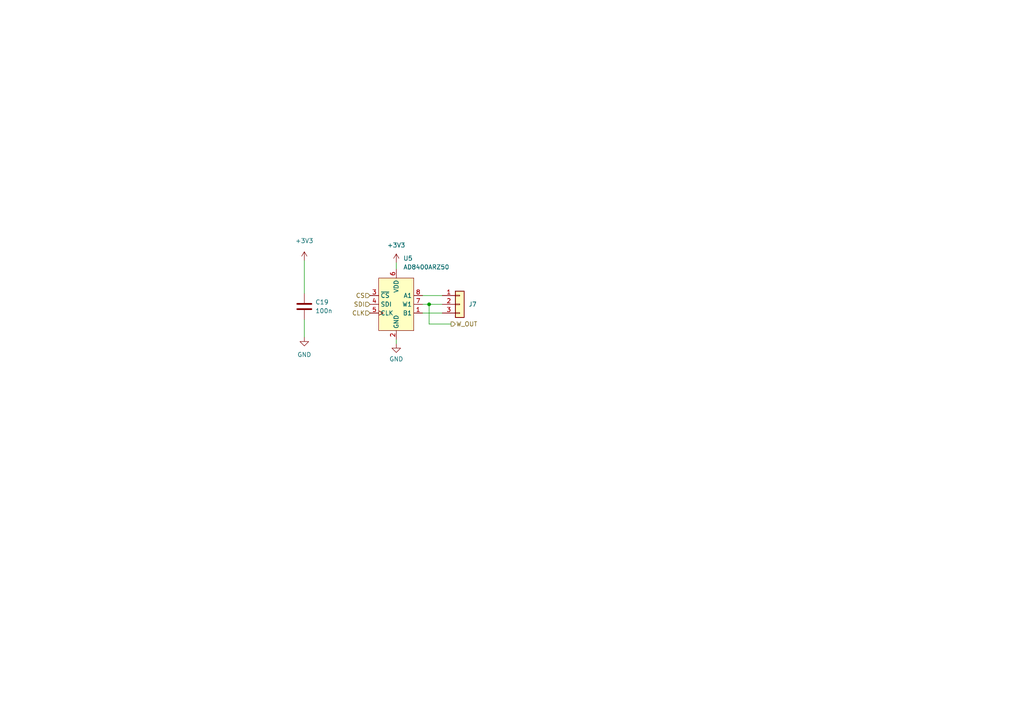
<source format=kicad_sch>
(kicad_sch (version 20211123) (generator eeschema)

  (uuid 70d20c98-263d-47ac-b520-ec6f8a730592)

  (paper "A4")

  (lib_symbols
    (symbol "Connector_Generic:Conn_01x03" (pin_names (offset 1.016) hide) (in_bom yes) (on_board yes)
      (property "Reference" "J" (id 0) (at 0 5.08 0)
        (effects (font (size 1.27 1.27)))
      )
      (property "Value" "Conn_01x03" (id 1) (at 0 -5.08 0)
        (effects (font (size 1.27 1.27)))
      )
      (property "Footprint" "" (id 2) (at 0 0 0)
        (effects (font (size 1.27 1.27)) hide)
      )
      (property "Datasheet" "~" (id 3) (at 0 0 0)
        (effects (font (size 1.27 1.27)) hide)
      )
      (property "ki_keywords" "connector" (id 4) (at 0 0 0)
        (effects (font (size 1.27 1.27)) hide)
      )
      (property "ki_description" "Generic connector, single row, 01x03, script generated (kicad-library-utils/schlib/autogen/connector/)" (id 5) (at 0 0 0)
        (effects (font (size 1.27 1.27)) hide)
      )
      (property "ki_fp_filters" "Connector*:*_1x??_*" (id 6) (at 0 0 0)
        (effects (font (size 1.27 1.27)) hide)
      )
      (symbol "Conn_01x03_1_1"
        (rectangle (start -1.27 -2.413) (end 0 -2.667)
          (stroke (width 0.1524) (type default) (color 0 0 0 0))
          (fill (type none))
        )
        (rectangle (start -1.27 0.127) (end 0 -0.127)
          (stroke (width 0.1524) (type default) (color 0 0 0 0))
          (fill (type none))
        )
        (rectangle (start -1.27 2.667) (end 0 2.413)
          (stroke (width 0.1524) (type default) (color 0 0 0 0))
          (fill (type none))
        )
        (rectangle (start -1.27 3.81) (end 1.27 -3.81)
          (stroke (width 0.254) (type default) (color 0 0 0 0))
          (fill (type background))
        )
        (pin passive line (at -5.08 2.54 0) (length 3.81)
          (name "Pin_1" (effects (font (size 1.27 1.27))))
          (number "1" (effects (font (size 1.27 1.27))))
        )
        (pin passive line (at -5.08 0 0) (length 3.81)
          (name "Pin_2" (effects (font (size 1.27 1.27))))
          (number "2" (effects (font (size 1.27 1.27))))
        )
        (pin passive line (at -5.08 -2.54 0) (length 3.81)
          (name "Pin_3" (effects (font (size 1.27 1.27))))
          (number "3" (effects (font (size 1.27 1.27))))
        )
      )
    )
    (symbol "Device:C" (pin_numbers hide) (pin_names (offset 0.254)) (in_bom yes) (on_board yes)
      (property "Reference" "C" (id 0) (at 0.635 2.54 0)
        (effects (font (size 1.27 1.27)) (justify left))
      )
      (property "Value" "C" (id 1) (at 0.635 -2.54 0)
        (effects (font (size 1.27 1.27)) (justify left))
      )
      (property "Footprint" "" (id 2) (at 0.9652 -3.81 0)
        (effects (font (size 1.27 1.27)) hide)
      )
      (property "Datasheet" "~" (id 3) (at 0 0 0)
        (effects (font (size 1.27 1.27)) hide)
      )
      (property "ki_keywords" "cap capacitor" (id 4) (at 0 0 0)
        (effects (font (size 1.27 1.27)) hide)
      )
      (property "ki_description" "Unpolarized capacitor" (id 5) (at 0 0 0)
        (effects (font (size 1.27 1.27)) hide)
      )
      (property "ki_fp_filters" "C_*" (id 6) (at 0 0 0)
        (effects (font (size 1.27 1.27)) hide)
      )
      (symbol "C_0_1"
        (polyline
          (pts
            (xy -2.032 -0.762)
            (xy 2.032 -0.762)
          )
          (stroke (width 0.508) (type default) (color 0 0 0 0))
          (fill (type none))
        )
        (polyline
          (pts
            (xy -2.032 0.762)
            (xy 2.032 0.762)
          )
          (stroke (width 0.508) (type default) (color 0 0 0 0))
          (fill (type none))
        )
      )
      (symbol "C_1_1"
        (pin passive line (at 0 3.81 270) (length 2.794)
          (name "~" (effects (font (size 1.27 1.27))))
          (number "1" (effects (font (size 1.27 1.27))))
        )
        (pin passive line (at 0 -3.81 90) (length 2.794)
          (name "~" (effects (font (size 1.27 1.27))))
          (number "2" (effects (font (size 1.27 1.27))))
        )
      )
    )
    (symbol "power:+3V3" (power) (pin_names (offset 0)) (in_bom yes) (on_board yes)
      (property "Reference" "#PWR" (id 0) (at 0 -3.81 0)
        (effects (font (size 1.27 1.27)) hide)
      )
      (property "Value" "+3V3" (id 1) (at 0 3.556 0)
        (effects (font (size 1.27 1.27)))
      )
      (property "Footprint" "" (id 2) (at 0 0 0)
        (effects (font (size 1.27 1.27)) hide)
      )
      (property "Datasheet" "" (id 3) (at 0 0 0)
        (effects (font (size 1.27 1.27)) hide)
      )
      (property "ki_keywords" "power-flag" (id 4) (at 0 0 0)
        (effects (font (size 1.27 1.27)) hide)
      )
      (property "ki_description" "Power symbol creates a global label with name \"+3V3\"" (id 5) (at 0 0 0)
        (effects (font (size 1.27 1.27)) hide)
      )
      (symbol "+3V3_0_1"
        (polyline
          (pts
            (xy -0.762 1.27)
            (xy 0 2.54)
          )
          (stroke (width 0) (type default) (color 0 0 0 0))
          (fill (type none))
        )
        (polyline
          (pts
            (xy 0 0)
            (xy 0 2.54)
          )
          (stroke (width 0) (type default) (color 0 0 0 0))
          (fill (type none))
        )
        (polyline
          (pts
            (xy 0 2.54)
            (xy 0.762 1.27)
          )
          (stroke (width 0) (type default) (color 0 0 0 0))
          (fill (type none))
        )
      )
      (symbol "+3V3_1_1"
        (pin power_in line (at 0 0 90) (length 0) hide
          (name "+3V3" (effects (font (size 1.27 1.27))))
          (number "1" (effects (font (size 1.27 1.27))))
        )
      )
    )
    (symbol "power:GND" (power) (pin_names (offset 0)) (in_bom yes) (on_board yes)
      (property "Reference" "#PWR" (id 0) (at 0 -6.35 0)
        (effects (font (size 1.27 1.27)) hide)
      )
      (property "Value" "GND" (id 1) (at 0 -3.81 0)
        (effects (font (size 1.27 1.27)))
      )
      (property "Footprint" "" (id 2) (at 0 0 0)
        (effects (font (size 1.27 1.27)) hide)
      )
      (property "Datasheet" "" (id 3) (at 0 0 0)
        (effects (font (size 1.27 1.27)) hide)
      )
      (property "ki_keywords" "power-flag" (id 4) (at 0 0 0)
        (effects (font (size 1.27 1.27)) hide)
      )
      (property "ki_description" "Power symbol creates a global label with name \"GND\" , ground" (id 5) (at 0 0 0)
        (effects (font (size 1.27 1.27)) hide)
      )
      (symbol "GND_0_1"
        (polyline
          (pts
            (xy 0 0)
            (xy 0 -1.27)
            (xy 1.27 -1.27)
            (xy 0 -2.54)
            (xy -1.27 -1.27)
            (xy 0 -1.27)
          )
          (stroke (width 0) (type default) (color 0 0 0 0))
          (fill (type none))
        )
      )
      (symbol "GND_1_1"
        (pin power_in line (at 0 0 270) (length 0) hide
          (name "GND" (effects (font (size 1.27 1.27))))
          (number "1" (effects (font (size 1.27 1.27))))
        )
      )
    )
    (symbol "symbols:AD8400ARZ50" (in_bom yes) (on_board yes)
      (property "Reference" "U" (id 0) (at 7.62 -7.62 0)
        (effects (font (size 1.27 1.27)))
      )
      (property "Value" "AD8400ARZ50" (id 1) (at 5.08 10.16 0)
        (effects (font (size 1.27 1.27)))
      )
      (property "Footprint" "Package_SO:SOP-8_3.9x4.9mm_P1.27mm" (id 2) (at 0 0 0)
        (effects (font (size 1.27 1.27)) hide)
      )
      (property "Datasheet" "" (id 3) (at 17.78 17.78 0)
        (effects (font (size 1.27 1.27)) hide)
      )
      (symbol "AD8400ARZ50_0_1"
        (rectangle (start -5.08 7.62) (end 5.08 -7.62)
          (stroke (width 0.1524) (type default) (color 0 0 0 0))
          (fill (type background))
        )
      )
      (symbol "AD8400ARZ50_1_1"
        (pin passive line (at 7.62 -2.54 180) (length 2.54)
          (name "B1" (effects (font (size 1.27 1.27))))
          (number "1" (effects (font (size 1.27 1.27))))
        )
        (pin power_in line (at 0 -10.16 90) (length 2.54)
          (name "GND" (effects (font (size 1.27 1.27))))
          (number "2" (effects (font (size 1.27 1.27))))
        )
        (pin input line (at -7.62 2.54 0) (length 2.54)
          (name "~{CS}" (effects (font (size 1.27 1.27))))
          (number "3" (effects (font (size 1.27 1.27))))
        )
        (pin input line (at -7.62 0 0) (length 2.54)
          (name "SDI" (effects (font (size 1.27 1.27))))
          (number "4" (effects (font (size 1.27 1.27))))
        )
        (pin input clock (at -7.62 -2.54 0) (length 2.54)
          (name "CLK" (effects (font (size 1.27 1.27))))
          (number "5" (effects (font (size 1.27 1.27))))
        )
        (pin power_in line (at 0 10.16 270) (length 2.54)
          (name "VDD" (effects (font (size 1.27 1.27))))
          (number "6" (effects (font (size 1.27 1.27))))
        )
        (pin passive line (at 7.62 0 180) (length 2.54)
          (name "W1" (effects (font (size 1.27 1.27))))
          (number "7" (effects (font (size 1.27 1.27))))
        )
        (pin passive line (at 7.62 2.54 180) (length 2.54)
          (name "A1" (effects (font (size 1.27 1.27))))
          (number "8" (effects (font (size 1.27 1.27))))
        )
      )
    )
  )

  (junction (at 124.46 88.265) (diameter 0) (color 0 0 0 0)
    (uuid 2ae57026-bae6-4a86-887a-716618ead7d3)
  )

  (wire (pts (xy 124.46 88.265) (xy 128.27 88.265))
    (stroke (width 0) (type default) (color 0 0 0 0))
    (uuid 0c57ff94-dc9c-49e8-b897-82f25d875fc6)
  )
  (wire (pts (xy 114.935 76.2) (xy 114.935 78.105))
    (stroke (width 0) (type default) (color 0 0 0 0))
    (uuid 26be2e95-af36-46c3-8f85-bd22a89af267)
  )
  (wire (pts (xy 88.265 75.565) (xy 88.265 85.09))
    (stroke (width 0) (type default) (color 0 0 0 0))
    (uuid 50656fd0-fc2c-451b-930d-65f6e87ecc96)
  )
  (wire (pts (xy 122.555 88.265) (xy 124.46 88.265))
    (stroke (width 0) (type default) (color 0 0 0 0))
    (uuid 6cddd0c9-a1b0-44cd-a851-ccbede204ec7)
  )
  (wire (pts (xy 124.46 88.265) (xy 124.46 93.98))
    (stroke (width 0) (type default) (color 0 0 0 0))
    (uuid 76321597-696a-446d-83dd-237650649833)
  )
  (wire (pts (xy 122.555 85.725) (xy 128.27 85.725))
    (stroke (width 0) (type default) (color 0 0 0 0))
    (uuid aaa3afa4-488d-42f2-954c-dde03c15b0a1)
  )
  (wire (pts (xy 114.935 98.425) (xy 114.935 99.695))
    (stroke (width 0) (type default) (color 0 0 0 0))
    (uuid b6948159-0177-46e5-b72e-279f11dd10db)
  )
  (wire (pts (xy 124.46 93.98) (xy 130.81 93.98))
    (stroke (width 0) (type default) (color 0 0 0 0))
    (uuid bd5bf07a-d8f5-4b0f-814b-9d69aa019c56)
  )
  (wire (pts (xy 88.265 92.71) (xy 88.265 97.79))
    (stroke (width 0) (type default) (color 0 0 0 0))
    (uuid cc32108e-ddba-495a-b64a-8cc824634835)
  )
  (wire (pts (xy 122.555 90.805) (xy 128.27 90.805))
    (stroke (width 0) (type default) (color 0 0 0 0))
    (uuid d500438c-c8e2-415c-80ae-4900001c491e)
  )

  (hierarchical_label "W_OUT" (shape output) (at 130.81 93.98 0)
    (effects (font (size 1.27 1.27)) (justify left))
    (uuid 32cfb004-b673-4e4e-8851-876fed1ec5d6)
  )
  (hierarchical_label "CLK" (shape input) (at 107.315 90.805 180)
    (effects (font (size 1.27 1.27)) (justify right))
    (uuid 79a5a781-ad3d-42cf-955b-c2ee0b4c9ae1)
  )
  (hierarchical_label "CS" (shape input) (at 107.315 85.725 180)
    (effects (font (size 1.27 1.27)) (justify right))
    (uuid 9fd32f02-5533-4780-9f1d-d4647f19790f)
  )
  (hierarchical_label "SDI" (shape input) (at 107.315 88.265 180)
    (effects (font (size 1.27 1.27)) (justify right))
    (uuid f3d497de-c100-45e4-9489-80a187283fa1)
  )

  (symbol (lib_id "power:GND") (at 88.265 97.79 0) (unit 1)
    (in_bom yes) (on_board yes) (fields_autoplaced)
    (uuid 0abc4133-0f29-461b-8910-1cecb62e637f)
    (property "Reference" "#PWR0162" (id 0) (at 88.265 104.14 0)
      (effects (font (size 1.27 1.27)) hide)
    )
    (property "Value" "GND" (id 1) (at 88.265 102.87 0))
    (property "Footprint" "" (id 2) (at 88.265 97.79 0)
      (effects (font (size 1.27 1.27)) hide)
    )
    (property "Datasheet" "" (id 3) (at 88.265 97.79 0)
      (effects (font (size 1.27 1.27)) hide)
    )
    (pin "1" (uuid ba66e06b-a664-4b83-8c98-568be47ee1f6))
  )

  (symbol (lib_id "Device:C") (at 88.265 88.9 0) (unit 1)
    (in_bom yes) (on_board yes) (fields_autoplaced)
    (uuid 6d178051-5972-4e82-9595-726577e9aed3)
    (property "Reference" "C19" (id 0) (at 91.44 87.6299 0)
      (effects (font (size 1.27 1.27)) (justify left))
    )
    (property "Value" "100n" (id 1) (at 91.44 90.1699 0)
      (effects (font (size 1.27 1.27)) (justify left))
    )
    (property "Footprint" "C_0603_1608Metric" (id 2) (at 89.2302 92.71 0)
      (effects (font (size 1.27 1.27)) hide)
    )
    (property "Datasheet" "~" (id 3) (at 88.265 88.9 0)
      (effects (font (size 1.27 1.27)) hide)
    )
    (pin "1" (uuid 6ffd21aa-e2d9-48b0-b039-7a3d62ae5cd5))
    (pin "2" (uuid e0df89eb-7df3-4c86-8473-5f6dd6eec98a))
  )

  (symbol (lib_id "power:+3V3") (at 88.265 75.565 0) (unit 1)
    (in_bom yes) (on_board yes) (fields_autoplaced)
    (uuid 957e9b35-8b07-4427-9a2f-faae9d16d3dd)
    (property "Reference" "#PWR0159" (id 0) (at 88.265 79.375 0)
      (effects (font (size 1.27 1.27)) hide)
    )
    (property "Value" "+3V3" (id 1) (at 88.265 69.85 0))
    (property "Footprint" "" (id 2) (at 88.265 75.565 0)
      (effects (font (size 1.27 1.27)) hide)
    )
    (property "Datasheet" "" (id 3) (at 88.265 75.565 0)
      (effects (font (size 1.27 1.27)) hide)
    )
    (pin "1" (uuid e8824851-74dc-4db9-b4d4-ddbf32fb6f84))
  )

  (symbol (lib_id "symbols:AD8400ARZ50") (at 114.935 88.265 0) (unit 1)
    (in_bom yes) (on_board yes) (fields_autoplaced)
    (uuid af77f167-5cdd-4033-baa6-ab496fd5435e)
    (property "Reference" "U5" (id 0) (at 116.9544 74.93 0)
      (effects (font (size 1.27 1.27)) (justify left))
    )
    (property "Value" "AD8400ARZ50" (id 1) (at 116.9544 77.47 0)
      (effects (font (size 1.27 1.27)) (justify left))
    )
    (property "Footprint" "Package_SO:SOP-8_3.9x4.9mm_P1.27mm" (id 2) (at 114.935 88.265 0)
      (effects (font (size 1.27 1.27)) hide)
    )
    (property "Datasheet" "" (id 3) (at 132.715 70.485 0)
      (effects (font (size 1.27 1.27)) hide)
    )
    (pin "1" (uuid fa5ddb28-7c0a-4aad-b5f3-d85b31d36d19))
    (pin "2" (uuid b76fa2f1-c093-42a1-8cfe-2d0adce9e93d))
    (pin "3" (uuid 08ea4488-580e-4478-b287-8a83c2d4c93f))
    (pin "4" (uuid 6604f8cc-f58a-4b0a-bb15-2dabb778af9c))
    (pin "5" (uuid 1157758e-a4ca-47eb-9a27-3a8e6df2ab66))
    (pin "6" (uuid af3fbbbb-53d6-4692-8a48-6bbf00a1d489))
    (pin "7" (uuid e3a04a4c-049b-4808-a78d-47437ec61b63))
    (pin "8" (uuid 81c16a59-eb1a-45e4-89d9-14bab8b0bf81))
  )

  (symbol (lib_id "power:+3V3") (at 114.935 76.2 0) (unit 1)
    (in_bom yes) (on_board yes) (fields_autoplaced)
    (uuid b80fea5a-0746-4c04-b0ee-efebc4fb48e2)
    (property "Reference" "#PWR0160" (id 0) (at 114.935 80.01 0)
      (effects (font (size 1.27 1.27)) hide)
    )
    (property "Value" "+3V3" (id 1) (at 114.935 71.12 0))
    (property "Footprint" "" (id 2) (at 114.935 76.2 0)
      (effects (font (size 1.27 1.27)) hide)
    )
    (property "Datasheet" "" (id 3) (at 114.935 76.2 0)
      (effects (font (size 1.27 1.27)) hide)
    )
    (pin "1" (uuid 5ad76e37-f15a-4f31-917c-aeaaaffdf61a))
  )

  (symbol (lib_id "power:GND") (at 114.935 99.695 0) (unit 1)
    (in_bom yes) (on_board yes) (fields_autoplaced)
    (uuid bf22b232-b673-4cfc-aeed-9b9713862c7e)
    (property "Reference" "#PWR0161" (id 0) (at 114.935 106.045 0)
      (effects (font (size 1.27 1.27)) hide)
    )
    (property "Value" "GND" (id 1) (at 114.935 104.14 0))
    (property "Footprint" "" (id 2) (at 114.935 99.695 0)
      (effects (font (size 1.27 1.27)) hide)
    )
    (property "Datasheet" "" (id 3) (at 114.935 99.695 0)
      (effects (font (size 1.27 1.27)) hide)
    )
    (pin "1" (uuid 11a95807-9bb2-4a1a-9e92-3180632548e8))
  )

  (symbol (lib_id "Connector_Generic:Conn_01x03") (at 133.35 88.265 0) (unit 1)
    (in_bom yes) (on_board yes) (fields_autoplaced)
    (uuid e022fa46-3b17-4740-8311-a98147170f70)
    (property "Reference" "J7" (id 0) (at 135.89 88.2649 0)
      (effects (font (size 1.27 1.27)) (justify left))
    )
    (property "Value" "Conn_01x03" (id 1) (at 135.89 89.5349 0)
      (effects (font (size 1.27 1.27)) (justify left) hide)
    )
    (property "Footprint" "PinHeader_1x03_P2.54mm_Vertical" (id 2) (at 133.35 88.265 0)
      (effects (font (size 1.27 1.27)) hide)
    )
    (property "Datasheet" "~" (id 3) (at 133.35 88.265 0)
      (effects (font (size 1.27 1.27)) hide)
    )
    (pin "1" (uuid 035be01d-5fb4-4ea2-acf6-687ab6724ad3))
    (pin "2" (uuid cdea64f4-0dd4-4d56-be27-67f01b690a4d))
    (pin "3" (uuid dd0e0d28-0db7-48d4-97b2-64a16cd8c039))
  )
)

</source>
